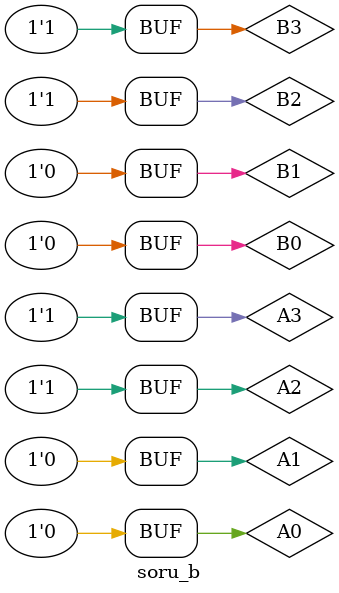
<source format=v>
module tam_toplayici(
    input x, y, z,
    output s, c
);
wire w1, w2, w3, w4;
wire w5, w6, w7;

and gate1(w1, ~x, ~y, z);
and gate2(w2, ~x, y, ~z);
and gate3(w3, x, ~y, ~z);
and gate4(w4, x, y, z);
or(s, w1, w2, w3, w4); // Sum biti hesaplama

and gate5(w5, x, y);
and gate6(w6, x, z);
and gate7(w7, y, z);
or(c, w5, w6, w7); // Carry biti hesaplama

endmodule

module ikili_toplayici(
    input a0, a1, a2, a3,
    input b0, b1, b2, b3,
    output c4, s0, s1, s2, s3
);
    
wire c1, c2, c3;
     
tam_toplayici t10 (
 .x(a0),
 .y(b0),
 .z(0),
 .s(s0),
 .c(c1)
);

tam_toplayici t11 (
 .x(a1),
 .y(b1),
 .z(c1),
 .s(s1),
 .c(c2)
);


tam_toplayici t12 (
 .x(a2),
 .y(b2),
 .z(c2),
 .s(s2),
 .c(c3)
);

tam_toplayici t13 (
 .x(a3),
 .y(b3),
 .z(c3),
 .s(s3),
 .c(c4)
);

endmodule

module bcd_toplayici(
    input a0, a1, a2, a3,
    input b0, b1, b2, b3,
    input c_in,
    output c_4, s8, s4, s2, s1
);
wire z1, z2, z4, z8, carry_out, a_out1, a_out2;
 

ikili_toplayici dut_it1 (
 .a0(a0), .a1(a1), .a2(a2), .a3(a3),
 .b0(b0), .b1(b1), .b2(b2), .b3(b3),
 .c4(carry_out), .s0(z1), .s1(z2), .s2(z4),
 .s3(z8)
);

and gate1(a_out1, z8, z4);
and gate2(a_out2, z8, z2);
or gate3(c_4, carry_out, a_out1, a_out2);

ikili_toplayici dut_it2 (
 .a0(z1), .a1(z2), .a2(z4), .a3(z8),
 .b0(0), .b1(c_4), .b2(c_4), .b3(0),
 .c4(carry_out), .s0(s1), .s1(s2), .s2(s4),
 .s3(s8)
);

endmodule

module bcd_toplayici_soru_2(
    input a0, a1, a2, a3,
    input b0, b1, b2, b3,
    input c_in,
    output c_4, s8, s4, s2, s1
);
wire z1, z2, z4, z8, carry_out, a_out1, a_out2;
 

ikili_toplayici dut_it1 (
 .a0(a0), .a1(a1), .a2(a2), .a3(a3),
 .b0(b0), .b1(b1), .b2(b2), .b3(b3),
 .c4(carry_out), .s0(z1), .s1(z2), .s2(z4),
 .s3(z8)
);

and gate1(a_out1, z8, z4);
and gate2(a_out2, z8, z2);
or gate3(c_4, carry_out, a_out1, a_out2);

ikili_toplayici dut_it2 (
 .a0(z1), .a1(z2), .a2(z4), .a3(z8),
 .b0(c_4), .b1(0), .b2(c_4), .b3(c_4),
 .c4(carry_out), .s0(s1), .s1(s2), .s2(s4),
 .s3(s8)
);

endmodule

module tb_bcd_toplayici;
reg A0, A1, A2, A3;
reg B0, B1, B2, B3;
reg c_in;
wire s1, s2, s4, s8, c_4;

bcd_toplayici dut4(
.a0(A0), .a1(A1), .a2(A2), .a3(A3),
.b0(B0), .b1(B1), .b2(B2), .b3(B3),
.c_in(c_in),
.c_4(c_4), .s8(s8), .s4(s4), .s2(s2), .s1(s1)
);

initial begin
    // A = 1111, B = 1111
    A0 = 1; A1 = 1; A2 = 1; A3 = 1; B0 = 1; B1 = 1; B2 = 1; B3 = 1; // a = 0; b = 13
    #10;

    // A = 0000, B = 0000
    A0 = 0; A1 = 0; A2 = 0; A3 = 0; B0 = 0; B1 = 0; B2 = 0; B3 = 0; // a = 0; b = 13
    #10;

    // A = 1010, B = 1001
    A0 = 0; A1 = 1; A2 = 0; A3 = 1; B0 = 1; B1 = 0; B2 = 0; B3 = 1; // a = 0; b = 13
    #10;

    // A = 1100, B = 0011
    A0 = 0; A1 = 0; A2 = 1; A3 = 1; B0 = 0; B1 = 0; B2 = 1; B3 = 1; // a = 0; b = 13
    #10;
end
endmodule

module soru_b;
//Ögrenci Numaramin son 2 hanesi = 70
// 0 ve 13 araliginda kodlanmali. a = 0, b = 13
// ikinci 4 bit adder'in ilk toplami 6 degil 13 olmali yani 0110 gondermek yerine 1101 gondermeli
reg A0, A1, A2, A3;
reg B0, B1, B2, B3;
reg c_in;
wire s1, s2, s4, s8, c_4;

bcd_toplayici_soru_2 dut5(
.a0(A0), .a1(A1), .a2(A2), .a3(A3),
.b0(B0), .b1(B1), .b2(B2), .b3(B3),
.c_in(c_in),
.c_4(c_4), .s8(s8), .s4(s4), .s2(s2), .s1(s1)
);

initial begin
    // A = 1111, B = 1111
    A0 = 1; A1 = 1; A2 = 1; A3 = 1; B0 = 1; B1 = 1; B2 = 1; B3 = 1; // a = 0; b = 13
    #10;

    // A = 0000, B = 0000
    A0 = 0; A1 = 0; A2 = 0; A3 = 0; B0 = 0; B1 = 0; B2 = 0; B3 = 0; // a = 0; b = 13
    #10;

    // A = 1010, B = 1001
    A0 = 0; A1 = 1; A2 = 0; A3 = 1; B0 = 1; B1 = 0; B2 = 0; B3 = 1; // a = 0; b = 13
    #10;

    // A = 1100, B = 0011
    A0 = 0; A1 = 0; A2 = 1; A3 = 1; B0 = 0; B1 = 0; B2 = 1; B3 = 1; // a = 0; b = 13
    #10;
end
endmodule
</source>
